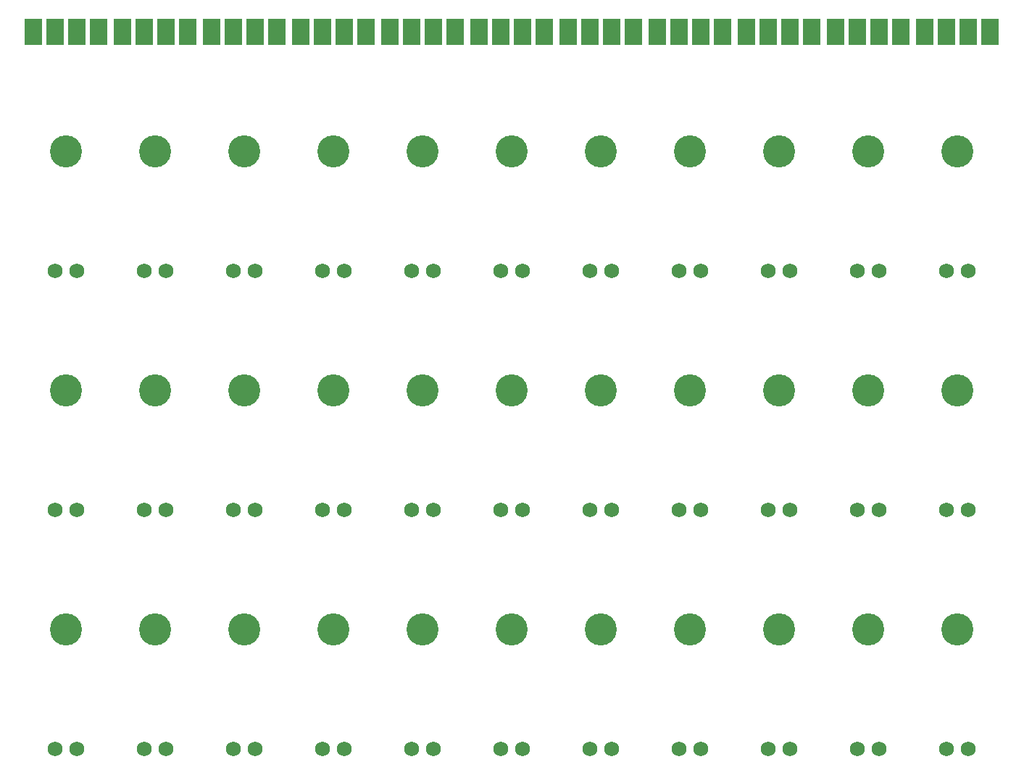
<source format=gts>
%FSLAX34Y34*%
G04 Gerber Fmt 3.4, Leading zero omitted, Abs format*
G04 (created by PCBNEW (2014-03-10 BZR 4741)-product) date 3/24/2014 1:58:16 PM*
%MOIN*%
G01*
G70*
G90*
G04 APERTURE LIST*
%ADD10C,0.006000*%
%ADD11C,0.068992*%
%ADD12R,0.084740X0.124110*%
%ADD13C,0.147732*%
G04 APERTURE END LIST*
G54D10*
G54D11*
X107050Y-63050D03*
X108050Y-63050D03*
X107050Y-52050D03*
X108050Y-52050D03*
X107050Y-41050D03*
X108050Y-41050D03*
G54D12*
X106050Y-30050D03*
X107050Y-30050D03*
X108050Y-30050D03*
X109050Y-30050D03*
G54D13*
X107550Y-57550D03*
X107550Y-46550D03*
X107550Y-35550D03*
G54D11*
X102950Y-63050D03*
X103950Y-63050D03*
X102950Y-52050D03*
X103950Y-52050D03*
X102950Y-41050D03*
X103950Y-41050D03*
G54D12*
X101950Y-30050D03*
X102950Y-30050D03*
X103950Y-30050D03*
X104950Y-30050D03*
G54D13*
X103450Y-57550D03*
X103450Y-46550D03*
X103450Y-35550D03*
X87050Y-35550D03*
X87050Y-46550D03*
X87050Y-57550D03*
G54D12*
X88550Y-30050D03*
X87550Y-30050D03*
X86550Y-30050D03*
X85550Y-30050D03*
G54D11*
X86550Y-41050D03*
X87550Y-41050D03*
X86550Y-52050D03*
X87550Y-52050D03*
X86550Y-63050D03*
X87550Y-63050D03*
X90650Y-63050D03*
X91650Y-63050D03*
X90650Y-52050D03*
X91650Y-52050D03*
X90650Y-41050D03*
X91650Y-41050D03*
G54D12*
X89650Y-30050D03*
X90650Y-30050D03*
X91650Y-30050D03*
X92650Y-30050D03*
G54D13*
X91150Y-57550D03*
X91150Y-46550D03*
X91150Y-35550D03*
X99350Y-35550D03*
X99350Y-46550D03*
X99350Y-57550D03*
G54D12*
X100850Y-30050D03*
X99850Y-30050D03*
X98850Y-30050D03*
X97850Y-30050D03*
G54D11*
X98850Y-41050D03*
X99850Y-41050D03*
X98850Y-52050D03*
X99850Y-52050D03*
X98850Y-63050D03*
X99850Y-63050D03*
X94750Y-63050D03*
X95750Y-63050D03*
X94750Y-52050D03*
X95750Y-52050D03*
X94750Y-41050D03*
X95750Y-41050D03*
G54D12*
X93750Y-30050D03*
X94750Y-30050D03*
X95750Y-30050D03*
X96750Y-30050D03*
G54D13*
X95250Y-57550D03*
X95250Y-46550D03*
X95250Y-35550D03*
X78850Y-35550D03*
X78850Y-46550D03*
X78850Y-57550D03*
G54D12*
X80350Y-30050D03*
X79350Y-30050D03*
X78350Y-30050D03*
X77350Y-30050D03*
G54D11*
X78350Y-41050D03*
X79350Y-41050D03*
X78350Y-52050D03*
X79350Y-52050D03*
X78350Y-63050D03*
X79350Y-63050D03*
X82450Y-63050D03*
X83450Y-63050D03*
X82450Y-52050D03*
X83450Y-52050D03*
X82450Y-41050D03*
X83450Y-41050D03*
G54D12*
X81450Y-30050D03*
X82450Y-30050D03*
X83450Y-30050D03*
X84450Y-30050D03*
G54D13*
X82950Y-57550D03*
X82950Y-46550D03*
X82950Y-35550D03*
X74750Y-35550D03*
X74750Y-46550D03*
X74750Y-57550D03*
G54D12*
X76250Y-30050D03*
X75250Y-30050D03*
X74250Y-30050D03*
X73250Y-30050D03*
G54D11*
X74250Y-41050D03*
X75250Y-41050D03*
X74250Y-52050D03*
X75250Y-52050D03*
X74250Y-63050D03*
X75250Y-63050D03*
G54D13*
X111650Y-35550D03*
X111650Y-46550D03*
X111650Y-57550D03*
G54D12*
X113150Y-30050D03*
X112150Y-30050D03*
X111150Y-30050D03*
X110150Y-30050D03*
G54D11*
X111150Y-41050D03*
X112150Y-41050D03*
X111150Y-52050D03*
X112150Y-52050D03*
X111150Y-63050D03*
X112150Y-63050D03*
X70150Y-63050D03*
X71150Y-63050D03*
X70150Y-52050D03*
X71150Y-52050D03*
X70150Y-41050D03*
X71150Y-41050D03*
G54D12*
X69150Y-30050D03*
X70150Y-30050D03*
X71150Y-30050D03*
X72150Y-30050D03*
G54D13*
X70650Y-57550D03*
X70650Y-46550D03*
X70650Y-35550D03*
M02*

</source>
